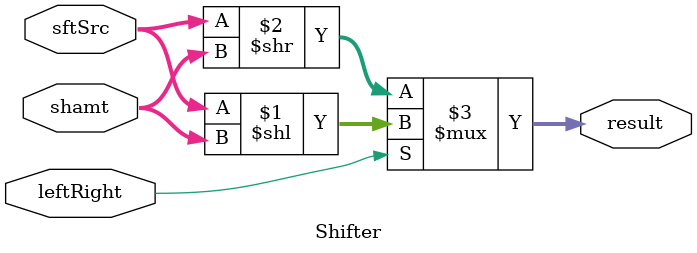
<source format=v>
module Shifter (
    leftRight,
    shamt,
    sftSrc,
    result
);

  //I/O ports
  input leftRight;
  input [5-1:0] shamt;
  input [32-1:0] sftSrc;

  output [32-1:0] result;

  //Internal Signals
  wire [32-1:0] result;

  //Main function
  /*your code here*/
  // shift: https://blog.csdn.net/proton_boke/article/details/60597453
  assign result = (leftRight) ? (sftSrc << shamt) : (sftSrc >> shamt);

endmodule

</source>
